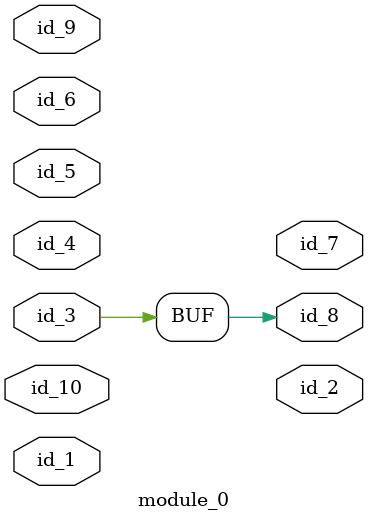
<source format=v>
`timescale 1 ps / 1 ps
module module_0 (
    id_1,
    id_2,
    id_3,
    id_4,
    id_5,
    id_6,
    id_7,
    id_8,
    id_9,
    id_10
);
  input id_10;
  input id_9;
  output id_8;
  output id_7;
  input id_6;
  input id_5;
  input id_4;
  input id_3;
  output id_2;
  input id_1;
  assign id_8 = id_3;
endmodule

</source>
